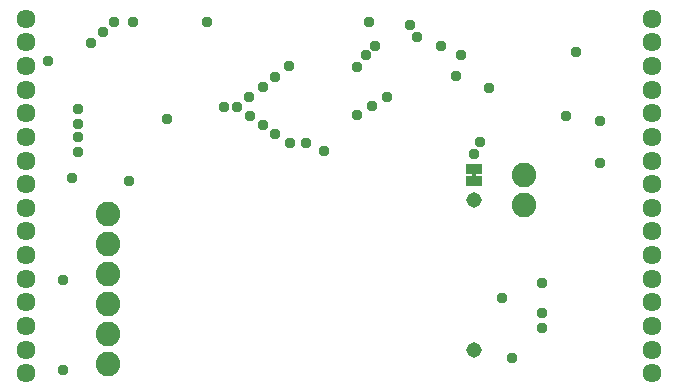
<source format=gbs>
G04 EAGLE Gerber RS-274X export*
G75*
%MOMM*%
%FSLAX34Y34*%
%LPD*%
%INSoldermask Bottom*%
%IPPOS*%
%AMOC8*
5,1,8,0,0,1.08239X$1,22.5*%
G01*
%ADD10C,1.611200*%
%ADD11C,2.082800*%
%ADD12C,1.311200*%
%ADD13R,1.473200X0.863600*%
%ADD14C,0.959600*%

G36*
X395035Y177812D02*
X395035Y177812D01*
X395101Y177814D01*
X395144Y177832D01*
X395191Y177840D01*
X395248Y177874D01*
X395308Y177899D01*
X395343Y177930D01*
X395384Y177955D01*
X395426Y178006D01*
X395474Y178050D01*
X395496Y178092D01*
X395525Y178129D01*
X395546Y178191D01*
X395577Y178250D01*
X395585Y178304D01*
X395597Y178341D01*
X395596Y178381D01*
X395604Y178435D01*
X395604Y182245D01*
X395593Y182310D01*
X395591Y182376D01*
X395573Y182419D01*
X395565Y182466D01*
X395531Y182523D01*
X395506Y182583D01*
X395475Y182618D01*
X395450Y182659D01*
X395399Y182701D01*
X395355Y182749D01*
X395313Y182771D01*
X395276Y182800D01*
X395214Y182821D01*
X395155Y182852D01*
X395101Y182860D01*
X395064Y182872D01*
X395024Y182871D01*
X394970Y182879D01*
X392430Y182879D01*
X392365Y182868D01*
X392299Y182866D01*
X392256Y182848D01*
X392209Y182840D01*
X392152Y182806D01*
X392092Y182781D01*
X392057Y182750D01*
X392016Y182725D01*
X391975Y182674D01*
X391926Y182630D01*
X391904Y182588D01*
X391875Y182551D01*
X391854Y182489D01*
X391823Y182430D01*
X391815Y182376D01*
X391803Y182339D01*
X391803Y182335D01*
X391803Y182334D01*
X391804Y182299D01*
X391796Y182245D01*
X391796Y178435D01*
X391807Y178370D01*
X391809Y178304D01*
X391827Y178261D01*
X391835Y178214D01*
X391869Y178157D01*
X391894Y178097D01*
X391925Y178062D01*
X391950Y178021D01*
X392001Y177980D01*
X392045Y177931D01*
X392087Y177909D01*
X392124Y177880D01*
X392186Y177859D01*
X392245Y177828D01*
X392299Y177820D01*
X392336Y177808D01*
X392376Y177809D01*
X392430Y177801D01*
X394970Y177801D01*
X395035Y177812D01*
G37*
D10*
X544177Y312560D03*
X544177Y292560D03*
X544177Y272560D03*
X544177Y252560D03*
X544177Y232560D03*
X544177Y212560D03*
X544177Y192560D03*
X544177Y172560D03*
X544177Y152560D03*
X544177Y132560D03*
X544177Y112560D03*
X544177Y92560D03*
X544177Y72560D03*
X544177Y52560D03*
X544177Y32560D03*
X544177Y12560D03*
X14003Y312560D03*
X14003Y292560D03*
X14003Y272560D03*
X14003Y252560D03*
X14003Y232560D03*
X14003Y212560D03*
X14003Y192560D03*
X14003Y172560D03*
X14003Y152560D03*
X14003Y132560D03*
X14003Y112560D03*
X14003Y92560D03*
X14003Y72560D03*
X14003Y52560D03*
X14003Y32560D03*
X14003Y12560D03*
D11*
X435610Y154940D03*
X435610Y180340D03*
D12*
X393700Y158750D03*
X393700Y31750D03*
D13*
X393700Y175133D03*
X393700Y185547D03*
D11*
X83820Y20320D03*
X83820Y45720D03*
X83820Y71120D03*
X83820Y96520D03*
X83820Y121920D03*
X83820Y147320D03*
D14*
X382270Y281940D03*
X101600Y175260D03*
X365760Y289560D03*
X133350Y227965D03*
X181610Y238125D03*
X471170Y229870D03*
X500380Y190500D03*
X406400Y254000D03*
X266700Y200660D03*
X88900Y309880D03*
X45720Y15240D03*
X480060Y284480D03*
X304800Y309880D03*
X294640Y271780D03*
X450850Y63500D03*
X309880Y289560D03*
X450850Y88900D03*
X339090Y307340D03*
X417350Y76200D03*
X193040Y238125D03*
X203835Y230505D03*
X214630Y222885D03*
X302260Y281940D03*
X450850Y50800D03*
X225425Y263525D03*
X58420Y199390D03*
X214630Y254635D03*
X203200Y246380D03*
X53340Y177800D03*
X236855Y272415D03*
X58420Y212090D03*
X393700Y198120D03*
X251460Y207645D03*
X237490Y207645D03*
X398780Y208280D03*
X225425Y215265D03*
X425450Y25400D03*
X345440Y297180D03*
X378460Y264160D03*
X58420Y236220D03*
X33020Y276860D03*
X104775Y309880D03*
X167640Y309880D03*
X500380Y226060D03*
X79375Y300990D03*
X320040Y246380D03*
X69215Y292100D03*
X294640Y231140D03*
X307340Y238760D03*
X58170Y223905D03*
X45720Y91440D03*
M02*

</source>
